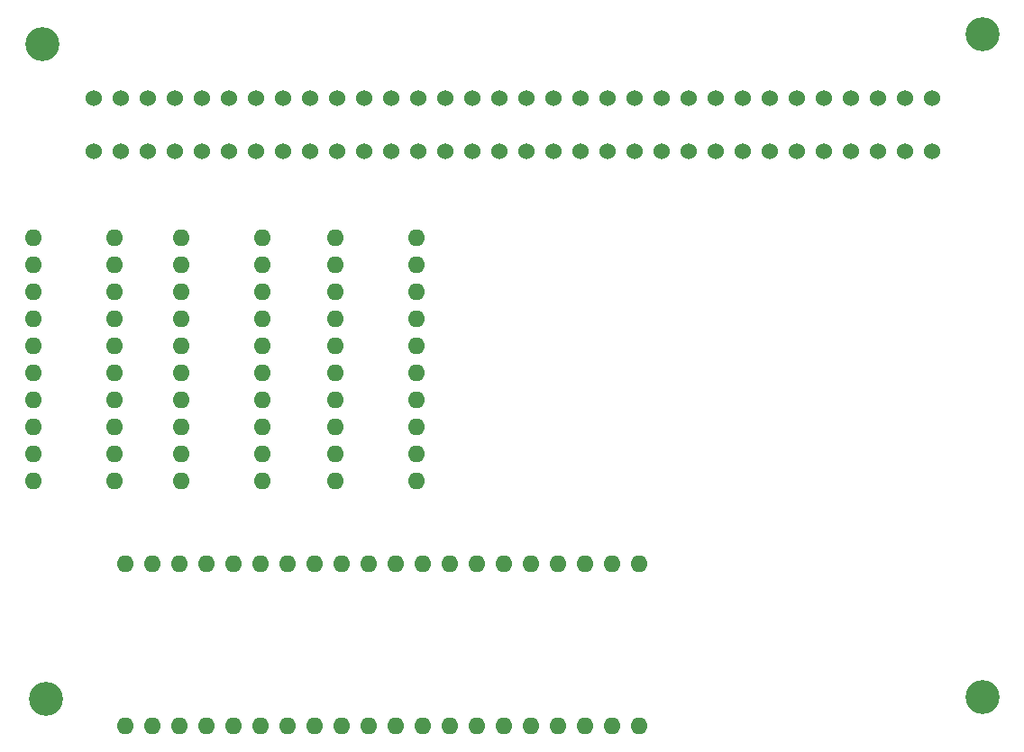
<source format=gbr>
%TF.GenerationSoftware,KiCad,Pcbnew,(5.99.0-7341-g2f3ca60c5e)*%
%TF.CreationDate,2021-11-12T09:56:41+01:00*%
%TF.ProjectId,MD Dumper Classic,4d442044-756d-4706-9572-20436c617373,rev?*%
%TF.SameCoordinates,Original*%
%TF.FileFunction,Soldermask,Top*%
%TF.FilePolarity,Negative*%
%FSLAX46Y46*%
G04 Gerber Fmt 4.6, Leading zero omitted, Abs format (unit mm)*
G04 Created by KiCad (PCBNEW (5.99.0-7341-g2f3ca60c5e)) date 2021-11-12 09:56:41*
%MOMM*%
%LPD*%
G01*
G04 APERTURE LIST*
%ADD10O,1.600000X1.600000*%
%ADD11C,3.200000*%
%ADD12C,1.524000*%
G04 APERTURE END LIST*
D10*
%TO.C,U3*%
X121640000Y-73130000D03*
X121640000Y-75670000D03*
X121640000Y-78210000D03*
X121640000Y-80750000D03*
X121640000Y-83290000D03*
X121640000Y-85830000D03*
X121640000Y-88370000D03*
X121640000Y-90910000D03*
X121640000Y-93450000D03*
X121640000Y-95990000D03*
X129260000Y-95990000D03*
X129260000Y-93450000D03*
X129260000Y-90910000D03*
X129260000Y-88370000D03*
X129260000Y-85830000D03*
X129260000Y-83290000D03*
X129260000Y-80750000D03*
X129260000Y-78210000D03*
X129260000Y-75670000D03*
X129260000Y-73130000D03*
%TD*%
%TO.C,U1*%
X107675000Y-73130000D03*
X107675000Y-75670000D03*
X107675000Y-78210000D03*
X107675000Y-80750000D03*
X107675000Y-83290000D03*
X107675000Y-85830000D03*
X107675000Y-88370000D03*
X107675000Y-90910000D03*
X107675000Y-93450000D03*
X107675000Y-95990000D03*
X115295000Y-95990000D03*
X115295000Y-93450000D03*
X115295000Y-90910000D03*
X115295000Y-88370000D03*
X115295000Y-85830000D03*
X115295000Y-83290000D03*
X115295000Y-80750000D03*
X115295000Y-78210000D03*
X115295000Y-75670000D03*
X115295000Y-73130000D03*
%TD*%
D11*
%TO.C,M1*%
X108940000Y-116450000D03*
%TD*%
%TO.C,M4*%
X108550000Y-54930000D03*
%TD*%
D10*
%TO.C,P1*%
X146800000Y-103760000D03*
X144260000Y-103760000D03*
X116320000Y-119000000D03*
X118860000Y-119000000D03*
X121400000Y-119000000D03*
X123940000Y-119000000D03*
X126480000Y-119000000D03*
X129020000Y-119000000D03*
X131560000Y-119000000D03*
X134100000Y-119000000D03*
X136640000Y-119000000D03*
X139180000Y-119000000D03*
X141720000Y-119000000D03*
X144260000Y-119000000D03*
X146800000Y-119000000D03*
X149340000Y-119000000D03*
X151880000Y-119000000D03*
X154420000Y-119000000D03*
X156960000Y-119000000D03*
X159500000Y-119000000D03*
X162040000Y-119000000D03*
X164580000Y-119000000D03*
X164580000Y-103760000D03*
X162040000Y-103760000D03*
X159500000Y-103760000D03*
X156960000Y-103760000D03*
X154420000Y-103760000D03*
X151880000Y-103760000D03*
X149340000Y-103760000D03*
X141720000Y-103760000D03*
X139180000Y-103760000D03*
X136640000Y-103760000D03*
X134100000Y-103760000D03*
X131560000Y-103760000D03*
X129020000Y-103760000D03*
X126480000Y-103760000D03*
X123940000Y-103760000D03*
X121400000Y-103760000D03*
X118860000Y-103760000D03*
X116320000Y-103760000D03*
%TD*%
%TO.C,U2*%
X136065000Y-73130000D03*
X136065000Y-75670000D03*
X136065000Y-78210000D03*
X136065000Y-80750000D03*
X136065000Y-83290000D03*
X136065000Y-85830000D03*
X136065000Y-88370000D03*
X136065000Y-90910000D03*
X136065000Y-93450000D03*
X136065000Y-95990000D03*
X143685000Y-95990000D03*
X143685000Y-93450000D03*
X143685000Y-90910000D03*
X143685000Y-88370000D03*
X143685000Y-85830000D03*
X143685000Y-83290000D03*
X143685000Y-80750000D03*
X143685000Y-78210000D03*
X143685000Y-75670000D03*
X143685000Y-73130000D03*
%TD*%
D11*
%TO.C,M3*%
X196880000Y-54020000D03*
%TD*%
%TO.C,M2*%
X196880000Y-116300000D03*
%TD*%
D12*
%TO.C,Classic 12/2020*%
X113380000Y-60010000D03*
X115920000Y-60010000D03*
X118460000Y-60010000D03*
X121000000Y-60010000D03*
X123540000Y-60010000D03*
X126080000Y-60010000D03*
X128620000Y-60010000D03*
X131160000Y-60010000D03*
X133700000Y-60010000D03*
X136240000Y-60010000D03*
X138780000Y-60010000D03*
X141320000Y-60010000D03*
X143860000Y-60010000D03*
X146400000Y-60010000D03*
X148940000Y-60010000D03*
X151480000Y-60010000D03*
X154020000Y-60010000D03*
X156560000Y-60010000D03*
X159100000Y-60010000D03*
X161640000Y-60010000D03*
X164180000Y-60010000D03*
X166720000Y-60010000D03*
X169260000Y-60010000D03*
X171800000Y-60010000D03*
X174340000Y-60010000D03*
X176880000Y-60010000D03*
X179420000Y-60010000D03*
X181960000Y-60010000D03*
X184500000Y-60010000D03*
X187040000Y-60010000D03*
X189580000Y-60010000D03*
X192120000Y-60010000D03*
X113380000Y-64980000D03*
X115920000Y-64980000D03*
X118460000Y-64980000D03*
X121000000Y-64980000D03*
X123540000Y-64980000D03*
X126080000Y-64980000D03*
X128620000Y-64980000D03*
X131160000Y-64980000D03*
X133700000Y-64980000D03*
X136240000Y-64980000D03*
X138780000Y-64980000D03*
X141320000Y-64980000D03*
X143860000Y-64980000D03*
X146400000Y-64980000D03*
X148940000Y-64980000D03*
X151480000Y-64980000D03*
X154020000Y-64980000D03*
X156560000Y-64980000D03*
X159100000Y-64980000D03*
X161640000Y-64980000D03*
X164180000Y-64980000D03*
X166720000Y-64980000D03*
X169260000Y-64980000D03*
X171800000Y-64980000D03*
X174340000Y-64980000D03*
X176880000Y-64980000D03*
X179420000Y-64980000D03*
X181960000Y-64980000D03*
X184500000Y-64980000D03*
X187040000Y-64980000D03*
X189580000Y-64980000D03*
X192120000Y-64980000D03*
%TD*%
M02*

</source>
